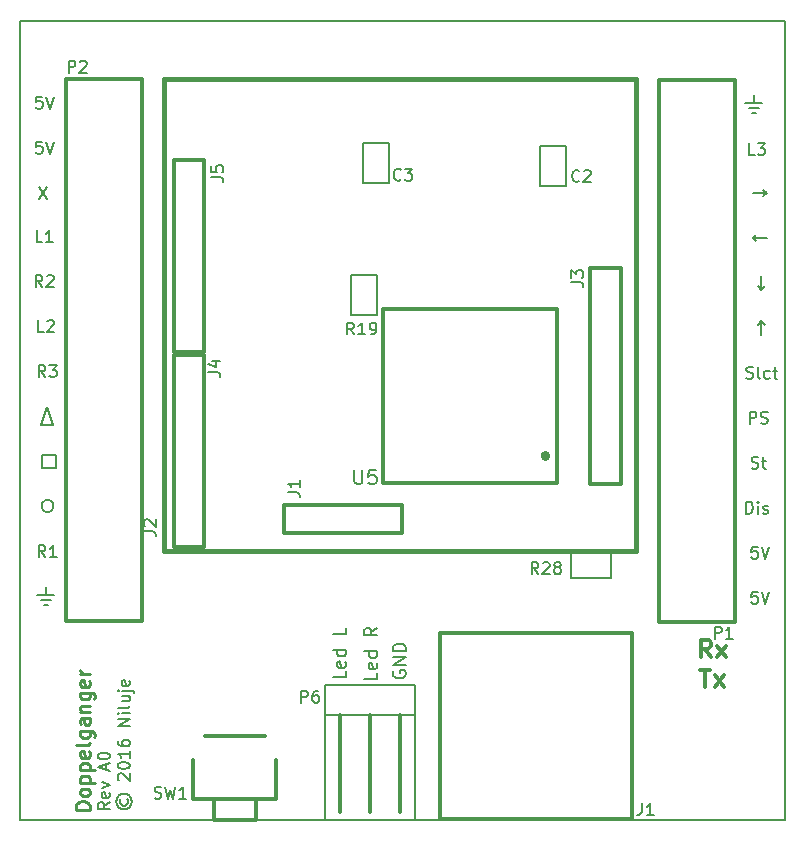
<source format=gto>
G04 #@! TF.FileFunction,Legend,Top*
%FSLAX46Y46*%
G04 Gerber Fmt 4.6, Leading zero omitted, Abs format (unit mm)*
G04 Created by KiCad (PCBNEW 4.1.0-alpha+201608161231+7059~46~ubuntu14.04.1-product) date Wed Aug 17 00:46:35 2016*
%MOMM*%
%LPD*%
G01*
G04 APERTURE LIST*
%ADD10C,0.100000*%
%ADD11C,0.300000*%
%ADD12C,0.200000*%
%ADD13C,0.250000*%
%ADD14C,0.203200*%
%ADD15C,0.150000*%
%ADD16C,0.400000*%
G04 APERTURE END LIST*
D10*
D11*
X176825245Y-112848651D02*
X177682388Y-112848651D01*
X177253817Y-114348651D02*
X177253817Y-112848651D01*
X178039531Y-114348651D02*
X178825245Y-113348651D01*
X178039531Y-113348651D02*
X178825245Y-114348651D01*
X177697782Y-111818811D02*
X177197782Y-111104525D01*
X176840640Y-111818811D02*
X176840640Y-110318811D01*
X177412068Y-110318811D01*
X177554925Y-110390240D01*
X177626354Y-110461668D01*
X177697782Y-110604525D01*
X177697782Y-110818811D01*
X177626354Y-110961668D01*
X177554925Y-111033097D01*
X177412068Y-111104525D01*
X176840640Y-111104525D01*
X178197782Y-111818811D02*
X178983497Y-110818811D01*
X178197782Y-110818811D02*
X178983497Y-111818811D01*
D12*
X150834000Y-112979095D02*
X150781619Y-113083857D01*
X150781619Y-113241000D01*
X150834000Y-113398142D01*
X150938761Y-113502904D01*
X151043523Y-113555285D01*
X151253047Y-113607666D01*
X151410190Y-113607666D01*
X151619714Y-113555285D01*
X151724476Y-113502904D01*
X151829238Y-113398142D01*
X151881619Y-113241000D01*
X151881619Y-113136238D01*
X151829238Y-112979095D01*
X151776857Y-112926714D01*
X151410190Y-112926714D01*
X151410190Y-113136238D01*
X151881619Y-112455285D02*
X150781619Y-112455285D01*
X151881619Y-111826714D01*
X150781619Y-111826714D01*
X151881619Y-111302904D02*
X150781619Y-111302904D01*
X150781619Y-111041000D01*
X150834000Y-110883857D01*
X150938761Y-110779095D01*
X151043523Y-110726714D01*
X151253047Y-110674333D01*
X151410190Y-110674333D01*
X151619714Y-110726714D01*
X151724476Y-110779095D01*
X151829238Y-110883857D01*
X151881619Y-111041000D01*
X151881619Y-111302904D01*
X146801619Y-112998857D02*
X146801619Y-113522666D01*
X145701619Y-113522666D01*
X146749238Y-112213142D02*
X146801619Y-112317904D01*
X146801619Y-112527428D01*
X146749238Y-112632190D01*
X146644476Y-112684571D01*
X146225428Y-112684571D01*
X146120666Y-112632190D01*
X146068285Y-112527428D01*
X146068285Y-112317904D01*
X146120666Y-112213142D01*
X146225428Y-112160761D01*
X146330190Y-112160761D01*
X146434952Y-112684571D01*
X146801619Y-111217904D02*
X145701619Y-111217904D01*
X146749238Y-111217904D02*
X146801619Y-111322666D01*
X146801619Y-111532190D01*
X146749238Y-111636952D01*
X146696857Y-111689333D01*
X146592095Y-111741714D01*
X146277809Y-111741714D01*
X146173047Y-111689333D01*
X146120666Y-111636952D01*
X146068285Y-111532190D01*
X146068285Y-111322666D01*
X146120666Y-111217904D01*
X146801619Y-109332190D02*
X146801619Y-109856000D01*
X145701619Y-109856000D01*
X149468619Y-113103619D02*
X149468619Y-113627428D01*
X148368619Y-113627428D01*
X149416238Y-112317904D02*
X149468619Y-112422666D01*
X149468619Y-112632190D01*
X149416238Y-112736952D01*
X149311476Y-112789333D01*
X148892428Y-112789333D01*
X148787666Y-112736952D01*
X148735285Y-112632190D01*
X148735285Y-112422666D01*
X148787666Y-112317904D01*
X148892428Y-112265523D01*
X148997190Y-112265523D01*
X149101952Y-112789333D01*
X149468619Y-111322666D02*
X148368619Y-111322666D01*
X149416238Y-111322666D02*
X149468619Y-111427428D01*
X149468619Y-111636952D01*
X149416238Y-111741714D01*
X149363857Y-111794095D01*
X149259095Y-111846476D01*
X148944809Y-111846476D01*
X148840047Y-111794095D01*
X148787666Y-111741714D01*
X148735285Y-111636952D01*
X148735285Y-111427428D01*
X148787666Y-111322666D01*
X149468619Y-109332190D02*
X148944809Y-109698857D01*
X149468619Y-109960761D02*
X148368619Y-109960761D01*
X148368619Y-109541714D01*
X148421000Y-109436952D01*
X148473380Y-109384571D01*
X148578142Y-109332190D01*
X148735285Y-109332190D01*
X148840047Y-109384571D01*
X148892428Y-109436952D01*
X148944809Y-109541714D01*
X148944809Y-109960761D01*
X126805580Y-124079276D02*
X126329390Y-124412609D01*
X126805580Y-124650704D02*
X125805580Y-124650704D01*
X125805580Y-124269752D01*
X125853200Y-124174514D01*
X125900819Y-124126895D01*
X125996057Y-124079276D01*
X126138914Y-124079276D01*
X126234152Y-124126895D01*
X126281771Y-124174514D01*
X126329390Y-124269752D01*
X126329390Y-124650704D01*
X126757961Y-123269752D02*
X126805580Y-123364990D01*
X126805580Y-123555466D01*
X126757961Y-123650704D01*
X126662723Y-123698323D01*
X126281771Y-123698323D01*
X126186533Y-123650704D01*
X126138914Y-123555466D01*
X126138914Y-123364990D01*
X126186533Y-123269752D01*
X126281771Y-123222133D01*
X126377009Y-123222133D01*
X126472247Y-123698323D01*
X126138914Y-122888800D02*
X126805580Y-122650704D01*
X126138914Y-122412609D01*
X126519866Y-121317371D02*
X126519866Y-120841180D01*
X126805580Y-121412609D02*
X125805580Y-121079276D01*
X126805580Y-120745942D01*
X125805580Y-120222133D02*
X125805580Y-120126895D01*
X125853200Y-120031657D01*
X125900819Y-119984038D01*
X125996057Y-119936419D01*
X126186533Y-119888800D01*
X126424628Y-119888800D01*
X126615104Y-119936419D01*
X126710342Y-119984038D01*
X126757961Y-120031657D01*
X126805580Y-120126895D01*
X126805580Y-120222133D01*
X126757961Y-120317371D01*
X126710342Y-120364990D01*
X126615104Y-120412609D01*
X126424628Y-120460228D01*
X126186533Y-120460228D01*
X125996057Y-120412609D01*
X125900819Y-120364990D01*
X125853200Y-120317371D01*
X125805580Y-120222133D01*
X127743676Y-123841180D02*
X127696057Y-123936419D01*
X127696057Y-124126895D01*
X127743676Y-124222133D01*
X127838914Y-124317371D01*
X127934152Y-124364990D01*
X128124628Y-124364990D01*
X128219866Y-124317371D01*
X128315104Y-124222133D01*
X128362723Y-124126895D01*
X128362723Y-123936419D01*
X128315104Y-123841180D01*
X127362723Y-124031657D02*
X127410342Y-124269752D01*
X127553200Y-124507847D01*
X127791295Y-124650704D01*
X128029390Y-124698323D01*
X128267485Y-124650704D01*
X128505580Y-124507847D01*
X128648438Y-124269752D01*
X128696057Y-124031657D01*
X128648438Y-123793561D01*
X128505580Y-123555466D01*
X128267485Y-123412609D01*
X128029390Y-123364990D01*
X127791295Y-123412609D01*
X127553200Y-123555466D01*
X127410342Y-123793561D01*
X127362723Y-124031657D01*
X127600819Y-122222133D02*
X127553200Y-122174514D01*
X127505580Y-122079276D01*
X127505580Y-121841180D01*
X127553200Y-121745942D01*
X127600819Y-121698323D01*
X127696057Y-121650704D01*
X127791295Y-121650704D01*
X127934152Y-121698323D01*
X128505580Y-122269752D01*
X128505580Y-121650704D01*
X127505580Y-121031657D02*
X127505580Y-120936419D01*
X127553200Y-120841180D01*
X127600819Y-120793561D01*
X127696057Y-120745942D01*
X127886533Y-120698323D01*
X128124628Y-120698323D01*
X128315104Y-120745942D01*
X128410342Y-120793561D01*
X128457961Y-120841180D01*
X128505580Y-120936419D01*
X128505580Y-121031657D01*
X128457961Y-121126895D01*
X128410342Y-121174514D01*
X128315104Y-121222133D01*
X128124628Y-121269752D01*
X127886533Y-121269752D01*
X127696057Y-121222133D01*
X127600819Y-121174514D01*
X127553200Y-121126895D01*
X127505580Y-121031657D01*
X128505580Y-119745942D02*
X128505580Y-120317371D01*
X128505580Y-120031657D02*
X127505580Y-120031657D01*
X127648438Y-120126895D01*
X127743676Y-120222133D01*
X127791295Y-120317371D01*
X127505580Y-118888800D02*
X127505580Y-119079276D01*
X127553200Y-119174514D01*
X127600819Y-119222133D01*
X127743676Y-119317371D01*
X127934152Y-119364990D01*
X128315104Y-119364990D01*
X128410342Y-119317371D01*
X128457961Y-119269752D01*
X128505580Y-119174514D01*
X128505580Y-118984038D01*
X128457961Y-118888800D01*
X128410342Y-118841180D01*
X128315104Y-118793561D01*
X128077009Y-118793561D01*
X127981771Y-118841180D01*
X127934152Y-118888800D01*
X127886533Y-118984038D01*
X127886533Y-119174514D01*
X127934152Y-119269752D01*
X127981771Y-119317371D01*
X128077009Y-119364990D01*
X128505580Y-117603085D02*
X127505580Y-117603085D01*
X128505580Y-117031657D01*
X127505580Y-117031657D01*
X128505580Y-116555466D02*
X127838914Y-116555466D01*
X127505580Y-116555466D02*
X127553200Y-116603085D01*
X127600819Y-116555466D01*
X127553200Y-116507847D01*
X127505580Y-116555466D01*
X127600819Y-116555466D01*
X128505580Y-115936419D02*
X128457961Y-116031657D01*
X128362723Y-116079276D01*
X127505580Y-116079276D01*
X127838914Y-115126895D02*
X128505580Y-115126895D01*
X127838914Y-115555466D02*
X128362723Y-115555466D01*
X128457961Y-115507847D01*
X128505580Y-115412609D01*
X128505580Y-115269752D01*
X128457961Y-115174514D01*
X128410342Y-115126895D01*
X127838914Y-114650704D02*
X128696057Y-114650704D01*
X128791295Y-114698323D01*
X128838914Y-114793561D01*
X128838914Y-114841180D01*
X127505580Y-114650704D02*
X127553200Y-114698323D01*
X127600819Y-114650704D01*
X127553200Y-114603085D01*
X127505580Y-114650704D01*
X127600819Y-114650704D01*
X128457961Y-113793561D02*
X128505580Y-113888800D01*
X128505580Y-114079276D01*
X128457961Y-114174514D01*
X128362723Y-114222133D01*
X127981771Y-114222133D01*
X127886533Y-114174514D01*
X127838914Y-114079276D01*
X127838914Y-113888800D01*
X127886533Y-113793561D01*
X127981771Y-113745942D01*
X128077009Y-113745942D01*
X128172247Y-114222133D01*
D13*
X125129857Y-124700571D02*
X123929857Y-124700571D01*
X123929857Y-124414857D01*
X123987000Y-124243428D01*
X124101285Y-124129142D01*
X124215571Y-124072000D01*
X124444142Y-124014857D01*
X124615571Y-124014857D01*
X124844142Y-124072000D01*
X124958428Y-124129142D01*
X125072714Y-124243428D01*
X125129857Y-124414857D01*
X125129857Y-124700571D01*
X125129857Y-123329142D02*
X125072714Y-123443428D01*
X125015571Y-123500571D01*
X124901285Y-123557714D01*
X124558428Y-123557714D01*
X124444142Y-123500571D01*
X124387000Y-123443428D01*
X124329857Y-123329142D01*
X124329857Y-123157714D01*
X124387000Y-123043428D01*
X124444142Y-122986285D01*
X124558428Y-122929142D01*
X124901285Y-122929142D01*
X125015571Y-122986285D01*
X125072714Y-123043428D01*
X125129857Y-123157714D01*
X125129857Y-123329142D01*
X124329857Y-122414857D02*
X125529857Y-122414857D01*
X124387000Y-122414857D02*
X124329857Y-122300571D01*
X124329857Y-122072000D01*
X124387000Y-121957714D01*
X124444142Y-121900571D01*
X124558428Y-121843428D01*
X124901285Y-121843428D01*
X125015571Y-121900571D01*
X125072714Y-121957714D01*
X125129857Y-122072000D01*
X125129857Y-122300571D01*
X125072714Y-122414857D01*
X124329857Y-121329142D02*
X125529857Y-121329142D01*
X124387000Y-121329142D02*
X124329857Y-121214857D01*
X124329857Y-120986285D01*
X124387000Y-120872000D01*
X124444142Y-120814857D01*
X124558428Y-120757714D01*
X124901285Y-120757714D01*
X125015571Y-120814857D01*
X125072714Y-120872000D01*
X125129857Y-120986285D01*
X125129857Y-121214857D01*
X125072714Y-121329142D01*
X125072714Y-119786285D02*
X125129857Y-119900571D01*
X125129857Y-120129142D01*
X125072714Y-120243428D01*
X124958428Y-120300571D01*
X124501285Y-120300571D01*
X124387000Y-120243428D01*
X124329857Y-120129142D01*
X124329857Y-119900571D01*
X124387000Y-119786285D01*
X124501285Y-119729142D01*
X124615571Y-119729142D01*
X124729857Y-120300571D01*
X125129857Y-119043428D02*
X125072714Y-119157714D01*
X124958428Y-119214857D01*
X123929857Y-119214857D01*
X124329857Y-118072000D02*
X125301285Y-118072000D01*
X125415571Y-118129142D01*
X125472714Y-118186285D01*
X125529857Y-118300571D01*
X125529857Y-118472000D01*
X125472714Y-118586285D01*
X125072714Y-118072000D02*
X125129857Y-118186285D01*
X125129857Y-118414857D01*
X125072714Y-118529142D01*
X125015571Y-118586285D01*
X124901285Y-118643428D01*
X124558428Y-118643428D01*
X124444142Y-118586285D01*
X124387000Y-118529142D01*
X124329857Y-118414857D01*
X124329857Y-118186285D01*
X124387000Y-118072000D01*
X125129857Y-116986285D02*
X124501285Y-116986285D01*
X124387000Y-117043428D01*
X124329857Y-117157714D01*
X124329857Y-117386285D01*
X124387000Y-117500571D01*
X125072714Y-116986285D02*
X125129857Y-117100571D01*
X125129857Y-117386285D01*
X125072714Y-117500571D01*
X124958428Y-117557714D01*
X124844142Y-117557714D01*
X124729857Y-117500571D01*
X124672714Y-117386285D01*
X124672714Y-117100571D01*
X124615571Y-116986285D01*
X124329857Y-116414857D02*
X125129857Y-116414857D01*
X124444142Y-116414857D02*
X124387000Y-116357714D01*
X124329857Y-116243428D01*
X124329857Y-116072000D01*
X124387000Y-115957714D01*
X124501285Y-115900571D01*
X125129857Y-115900571D01*
X124329857Y-114814857D02*
X125301285Y-114814857D01*
X125415571Y-114872000D01*
X125472714Y-114929142D01*
X125529857Y-115043428D01*
X125529857Y-115214857D01*
X125472714Y-115329142D01*
X125072714Y-114814857D02*
X125129857Y-114929142D01*
X125129857Y-115157714D01*
X125072714Y-115272000D01*
X125015571Y-115329142D01*
X124901285Y-115386285D01*
X124558428Y-115386285D01*
X124444142Y-115329142D01*
X124387000Y-115272000D01*
X124329857Y-115157714D01*
X124329857Y-114929142D01*
X124387000Y-114814857D01*
X125072714Y-113786285D02*
X125129857Y-113900571D01*
X125129857Y-114129142D01*
X125072714Y-114243428D01*
X124958428Y-114300571D01*
X124501285Y-114300571D01*
X124387000Y-114243428D01*
X124329857Y-114129142D01*
X124329857Y-113900571D01*
X124387000Y-113786285D01*
X124501285Y-113729142D01*
X124615571Y-113729142D01*
X124729857Y-114300571D01*
X125129857Y-113214857D02*
X124329857Y-113214857D01*
X124558428Y-113214857D02*
X124444142Y-113157714D01*
X124387000Y-113100571D01*
X124329857Y-112986285D01*
X124329857Y-112872000D01*
D12*
X180630285Y-64842571D02*
X182081714Y-64842571D01*
X180920571Y-65278000D02*
X181791428Y-65278000D01*
X181356000Y-64189428D02*
X181356000Y-64842571D01*
X181501142Y-65713428D02*
X181210857Y-65713428D01*
X184023000Y-57912000D02*
X119253000Y-57912000D01*
X184023000Y-125603000D02*
X184023000Y-57912000D01*
X119253000Y-125603000D02*
X184023000Y-125603000D01*
X119253000Y-57912000D02*
X119253000Y-125603000D01*
X180705238Y-99639380D02*
X180705238Y-98639380D01*
X180943333Y-98639380D01*
X181086190Y-98687000D01*
X181181428Y-98782238D01*
X181229047Y-98877476D01*
X181276666Y-99067952D01*
X181276666Y-99210809D01*
X181229047Y-99401285D01*
X181181428Y-99496523D01*
X181086190Y-99591761D01*
X180943333Y-99639380D01*
X180705238Y-99639380D01*
X181705238Y-99639380D02*
X181705238Y-98972714D01*
X181705238Y-98639380D02*
X181657619Y-98687000D01*
X181705238Y-98734619D01*
X181752857Y-98687000D01*
X181705238Y-98639380D01*
X181705238Y-98734619D01*
X182133809Y-99591761D02*
X182229047Y-99639380D01*
X182419523Y-99639380D01*
X182514761Y-99591761D01*
X182562380Y-99496523D01*
X182562380Y-99448904D01*
X182514761Y-99353666D01*
X182419523Y-99306047D01*
X182276666Y-99306047D01*
X182181428Y-99258428D01*
X182133809Y-99163190D01*
X182133809Y-99115571D01*
X182181428Y-99020333D01*
X182276666Y-98972714D01*
X182419523Y-98972714D01*
X182514761Y-99020333D01*
X181673523Y-106259380D02*
X181197333Y-106259380D01*
X181149714Y-106735571D01*
X181197333Y-106687952D01*
X181292571Y-106640333D01*
X181530666Y-106640333D01*
X181625904Y-106687952D01*
X181673523Y-106735571D01*
X181721142Y-106830809D01*
X181721142Y-107068904D01*
X181673523Y-107164142D01*
X181625904Y-107211761D01*
X181530666Y-107259380D01*
X181292571Y-107259380D01*
X181197333Y-107211761D01*
X181149714Y-107164142D01*
X182006857Y-106259380D02*
X182340190Y-107259380D01*
X182673523Y-106259380D01*
X181673523Y-102449380D02*
X181197333Y-102449380D01*
X181149714Y-102925571D01*
X181197333Y-102877952D01*
X181292571Y-102830333D01*
X181530666Y-102830333D01*
X181625904Y-102877952D01*
X181673523Y-102925571D01*
X181721142Y-103020809D01*
X181721142Y-103258904D01*
X181673523Y-103354142D01*
X181625904Y-103401761D01*
X181530666Y-103449380D01*
X181292571Y-103449380D01*
X181197333Y-103401761D01*
X181149714Y-103354142D01*
X182006857Y-102449380D02*
X182340190Y-103449380D01*
X182673523Y-102449380D01*
X121094523Y-68159380D02*
X120618333Y-68159380D01*
X120570714Y-68635571D01*
X120618333Y-68587952D01*
X120713571Y-68540333D01*
X120951666Y-68540333D01*
X121046904Y-68587952D01*
X121094523Y-68635571D01*
X121142142Y-68730809D01*
X121142142Y-68968904D01*
X121094523Y-69064142D01*
X121046904Y-69111761D01*
X120951666Y-69159380D01*
X120713571Y-69159380D01*
X120618333Y-69111761D01*
X120570714Y-69064142D01*
X121427857Y-68159380D02*
X121761190Y-69159380D01*
X122094523Y-68159380D01*
X120686285Y-106498571D02*
X122137714Y-106498571D01*
X120976571Y-106934000D02*
X121847428Y-106934000D01*
X121412000Y-105845428D02*
X121412000Y-106498571D01*
X121557142Y-107369428D02*
X121266857Y-107369428D01*
X121417571Y-99484571D02*
X121255666Y-99413142D01*
X121174714Y-99341714D01*
X121093761Y-99198857D01*
X121093761Y-98770285D01*
X121174714Y-98627428D01*
X121255666Y-98556000D01*
X121417571Y-98484571D01*
X121660428Y-98484571D01*
X121822333Y-98556000D01*
X121903285Y-98627428D01*
X121984238Y-98770285D01*
X121984238Y-99198857D01*
X121903285Y-99341714D01*
X121822333Y-99413142D01*
X121660428Y-99484571D01*
X121417571Y-99484571D01*
X121094571Y-94658714D02*
X122237428Y-94658714D01*
X122237428Y-95801571D01*
X121094571Y-95801571D01*
X121094571Y-94658714D01*
X121039000Y-92118571D02*
X121539000Y-90618571D01*
X122039000Y-92118571D01*
X121039000Y-92118571D01*
X121094523Y-64349380D02*
X120618333Y-64349380D01*
X120570714Y-64825571D01*
X120618333Y-64777952D01*
X120713571Y-64730333D01*
X120951666Y-64730333D01*
X121046904Y-64777952D01*
X121094523Y-64825571D01*
X121142142Y-64920809D01*
X121142142Y-65158904D01*
X121094523Y-65254142D01*
X121046904Y-65301761D01*
X120951666Y-65349380D01*
X120713571Y-65349380D01*
X120618333Y-65301761D01*
X120570714Y-65254142D01*
X121427857Y-64349380D02*
X121761190Y-65349380D01*
X122094523Y-64349380D01*
X181991000Y-79545714D02*
X181991000Y-80688571D01*
X182276714Y-80402857D02*
X181991000Y-80688571D01*
X181705285Y-80402857D01*
X181292571Y-72497142D02*
X182435428Y-72497142D01*
X182149714Y-72782857D02*
X182435428Y-72497142D01*
X182149714Y-72211428D01*
X181991000Y-84498571D02*
X181991000Y-83355714D01*
X181705285Y-83641428D02*
X181991000Y-83355714D01*
X182276714Y-83641428D01*
X182435428Y-76307142D02*
X181292571Y-76307142D01*
X181578285Y-76592857D02*
X181292571Y-76307142D01*
X181578285Y-76021428D01*
X120824666Y-71969380D02*
X121491333Y-72969380D01*
X121491333Y-71969380D02*
X120824666Y-72969380D01*
X180998904Y-92019380D02*
X180998904Y-91019380D01*
X181379857Y-91019380D01*
X181475095Y-91067000D01*
X181522714Y-91114619D01*
X181570333Y-91209857D01*
X181570333Y-91352714D01*
X181522714Y-91447952D01*
X181475095Y-91495571D01*
X181379857Y-91543190D01*
X180998904Y-91543190D01*
X181951285Y-91971761D02*
X182094142Y-92019380D01*
X182332238Y-92019380D01*
X182427476Y-91971761D01*
X182475095Y-91924142D01*
X182522714Y-91828904D01*
X182522714Y-91733666D01*
X182475095Y-91638428D01*
X182427476Y-91590809D01*
X182332238Y-91543190D01*
X182141761Y-91495571D01*
X182046523Y-91447952D01*
X181998904Y-91400333D01*
X181951285Y-91305095D01*
X181951285Y-91209857D01*
X181998904Y-91114619D01*
X182046523Y-91067000D01*
X182141761Y-91019380D01*
X182379857Y-91019380D01*
X182522714Y-91067000D01*
X181165571Y-95781761D02*
X181308428Y-95829380D01*
X181546523Y-95829380D01*
X181641761Y-95781761D01*
X181689380Y-95734142D01*
X181737000Y-95638904D01*
X181737000Y-95543666D01*
X181689380Y-95448428D01*
X181641761Y-95400809D01*
X181546523Y-95353190D01*
X181356047Y-95305571D01*
X181260809Y-95257952D01*
X181213190Y-95210333D01*
X181165571Y-95115095D01*
X181165571Y-95019857D01*
X181213190Y-94924619D01*
X181260809Y-94877000D01*
X181356047Y-94829380D01*
X181594142Y-94829380D01*
X181737000Y-94877000D01*
X182022714Y-95162714D02*
X182403666Y-95162714D01*
X182165571Y-94829380D02*
X182165571Y-95686523D01*
X182213190Y-95781761D01*
X182308428Y-95829380D01*
X182403666Y-95829380D01*
X181443333Y-69286380D02*
X180967142Y-69286380D01*
X180967142Y-68286380D01*
X181681428Y-68286380D02*
X182300476Y-68286380D01*
X181967142Y-68667333D01*
X182110000Y-68667333D01*
X182205238Y-68714952D01*
X182252857Y-68762571D01*
X182300476Y-68857809D01*
X182300476Y-69095904D01*
X182252857Y-69191142D01*
X182205238Y-69238761D01*
X182110000Y-69286380D01*
X181824285Y-69286380D01*
X181729047Y-69238761D01*
X181681428Y-69191142D01*
X121118333Y-76652380D02*
X120642142Y-76652380D01*
X120642142Y-75652380D01*
X121975476Y-76652380D02*
X121404047Y-76652380D01*
X121689761Y-76652380D02*
X121689761Y-75652380D01*
X121594523Y-75795238D01*
X121499285Y-75890476D01*
X121404047Y-75938095D01*
X180729095Y-88161761D02*
X180871952Y-88209380D01*
X181110047Y-88209380D01*
X181205285Y-88161761D01*
X181252904Y-88114142D01*
X181300523Y-88018904D01*
X181300523Y-87923666D01*
X181252904Y-87828428D01*
X181205285Y-87780809D01*
X181110047Y-87733190D01*
X180919571Y-87685571D01*
X180824333Y-87637952D01*
X180776714Y-87590333D01*
X180729095Y-87495095D01*
X180729095Y-87399857D01*
X180776714Y-87304619D01*
X180824333Y-87257000D01*
X180919571Y-87209380D01*
X181157666Y-87209380D01*
X181300523Y-87257000D01*
X181871952Y-88209380D02*
X181776714Y-88161761D01*
X181729095Y-88066523D01*
X181729095Y-87209380D01*
X182681476Y-88161761D02*
X182586238Y-88209380D01*
X182395761Y-88209380D01*
X182300523Y-88161761D01*
X182252904Y-88114142D01*
X182205285Y-88018904D01*
X182205285Y-87733190D01*
X182252904Y-87637952D01*
X182300523Y-87590333D01*
X182395761Y-87542714D01*
X182586238Y-87542714D01*
X182681476Y-87590333D01*
X182967190Y-87542714D02*
X183348142Y-87542714D01*
X183110047Y-87209380D02*
X183110047Y-88066523D01*
X183157666Y-88161761D01*
X183252904Y-88209380D01*
X183348142Y-88209380D01*
X121372333Y-103322380D02*
X121039000Y-102846190D01*
X120800904Y-103322380D02*
X120800904Y-102322380D01*
X121181857Y-102322380D01*
X121277095Y-102370000D01*
X121324714Y-102417619D01*
X121372333Y-102512857D01*
X121372333Y-102655714D01*
X121324714Y-102750952D01*
X121277095Y-102798571D01*
X121181857Y-102846190D01*
X120800904Y-102846190D01*
X122324714Y-103322380D02*
X121753285Y-103322380D01*
X122039000Y-103322380D02*
X122039000Y-102322380D01*
X121943761Y-102465238D01*
X121848523Y-102560476D01*
X121753285Y-102608095D01*
X121372333Y-88082380D02*
X121039000Y-87606190D01*
X120800904Y-88082380D02*
X120800904Y-87082380D01*
X121181857Y-87082380D01*
X121277095Y-87130000D01*
X121324714Y-87177619D01*
X121372333Y-87272857D01*
X121372333Y-87415714D01*
X121324714Y-87510952D01*
X121277095Y-87558571D01*
X121181857Y-87606190D01*
X120800904Y-87606190D01*
X121705666Y-87082380D02*
X122324714Y-87082380D01*
X121991380Y-87463333D01*
X122134238Y-87463333D01*
X122229476Y-87510952D01*
X122277095Y-87558571D01*
X122324714Y-87653809D01*
X122324714Y-87891904D01*
X122277095Y-87987142D01*
X122229476Y-88034761D01*
X122134238Y-88082380D01*
X121848523Y-88082380D01*
X121753285Y-88034761D01*
X121705666Y-87987142D01*
X121245333Y-84272380D02*
X120769142Y-84272380D01*
X120769142Y-83272380D01*
X121531047Y-83367619D02*
X121578666Y-83320000D01*
X121673904Y-83272380D01*
X121912000Y-83272380D01*
X122007238Y-83320000D01*
X122054857Y-83367619D01*
X122102476Y-83462857D01*
X122102476Y-83558095D01*
X122054857Y-83700952D01*
X121483428Y-84272380D01*
X122102476Y-84272380D01*
X121118333Y-80462380D02*
X120785000Y-79986190D01*
X120546904Y-80462380D02*
X120546904Y-79462380D01*
X120927857Y-79462380D01*
X121023095Y-79510000D01*
X121070714Y-79557619D01*
X121118333Y-79652857D01*
X121118333Y-79795714D01*
X121070714Y-79890952D01*
X121023095Y-79938571D01*
X120927857Y-79986190D01*
X120546904Y-79986190D01*
X121499285Y-79557619D02*
X121546904Y-79510000D01*
X121642142Y-79462380D01*
X121880238Y-79462380D01*
X121975476Y-79510000D01*
X122023095Y-79557619D01*
X122070714Y-79652857D01*
X122070714Y-79748095D01*
X122023095Y-79890952D01*
X121451666Y-80462380D01*
X122070714Y-80462380D01*
D11*
X154764200Y-109725000D02*
X171024200Y-109725000D01*
X154764200Y-125475000D02*
X154764200Y-109725000D01*
X171024200Y-125475000D02*
X171024200Y-109725000D01*
X154764200Y-125475000D02*
X171024200Y-125475000D01*
D14*
X165430200Y-68529200D02*
X163245800Y-68529200D01*
X165430200Y-68529200D02*
X165430200Y-71932800D01*
X165430200Y-71932800D02*
X163245800Y-71932800D01*
X163245800Y-68529200D02*
X163245800Y-71932800D01*
X150444200Y-68275200D02*
X148259800Y-68275200D01*
X150444200Y-68275200D02*
X150444200Y-71678800D01*
X150444200Y-71678800D02*
X148259800Y-71678800D01*
X148259800Y-68275200D02*
X148259800Y-71678800D01*
D11*
X146329400Y-116662200D02*
X146329400Y-124917200D01*
X148869400Y-116662200D02*
X148869400Y-124917200D01*
X151409400Y-116662200D02*
X151409400Y-124917200D01*
D15*
X145059400Y-125552200D02*
X145059400Y-116662200D01*
X152679400Y-125552200D02*
X145059400Y-125552200D01*
X152679400Y-116662200D02*
X152679400Y-125552200D01*
X152679400Y-114122200D02*
X152679400Y-116662200D01*
X145059400Y-114122200D02*
X152679400Y-114122200D01*
X145059400Y-116662200D02*
X145059400Y-114122200D01*
X152679400Y-116662200D02*
X145059400Y-116662200D01*
D14*
X147243800Y-82854800D02*
X149428200Y-82854800D01*
X147243800Y-82854800D02*
X147243800Y-79451200D01*
X147243800Y-79451200D02*
X149428200Y-79451200D01*
X149428200Y-82854800D02*
X149428200Y-79451200D01*
X169291000Y-105130600D02*
X169291000Y-102946200D01*
X169291000Y-105130600D02*
X165887400Y-105130600D01*
X165887400Y-105130600D02*
X165887400Y-102946200D01*
X169291000Y-102946200D02*
X165887400Y-102946200D01*
D11*
X163957000Y-94767400D02*
G75*
G03X163957000Y-94767400I-254000J0D01*
G01*
X164719000Y-82321400D02*
X164719000Y-97053400D01*
X149987000Y-82321400D02*
X164719000Y-82321400D01*
X149987000Y-97053400D02*
X149987000Y-82321400D01*
X164719000Y-97053400D02*
X149987000Y-97053400D01*
X167471400Y-78830400D02*
X170138400Y-78830400D01*
X167471400Y-97118400D02*
X167471400Y-78830400D01*
X170138400Y-97118400D02*
X167471400Y-97118400D01*
X170138400Y-78830400D02*
X170138400Y-97118400D01*
D16*
X131408400Y-102828400D02*
X131408400Y-62828400D01*
X171408400Y-102828400D02*
X131408400Y-102828400D01*
X171408400Y-62828400D02*
X131408400Y-62828400D01*
X171408400Y-62828400D02*
X171408400Y-102828400D01*
D11*
X134832400Y-69686400D02*
X132292400Y-69686400D01*
X134832400Y-69686400D02*
X134832400Y-85942400D01*
X134832400Y-85942400D02*
X132292400Y-85942400D01*
X132292400Y-69686400D02*
X132292400Y-85942400D01*
X134832400Y-86196400D02*
X134832400Y-102452400D01*
X134832400Y-86196400D02*
X132292400Y-86196400D01*
X132292400Y-86196400D02*
X132292400Y-102452400D01*
X134832400Y-102452400D02*
X132292400Y-102452400D01*
X151596400Y-98896400D02*
X151596400Y-101309400D01*
X151596400Y-98896400D02*
X141563400Y-98896400D01*
X141563400Y-101309400D02*
X151596400Y-101309400D01*
X141563400Y-98896400D02*
X141563400Y-101309400D01*
X139192000Y-125603000D02*
X135636000Y-125603000D01*
X139192000Y-125603000D02*
X139192000Y-123850000D01*
X140919000Y-123825000D02*
X133909000Y-123825000D01*
X140919000Y-123825000D02*
X140919000Y-120523000D01*
X139954000Y-118491000D02*
X134874000Y-118491000D01*
X133909000Y-123825000D02*
X133909000Y-120523000D01*
X135636000Y-125603000D02*
X135636000Y-123825000D01*
X129539600Y-62820800D02*
X123139600Y-62820800D01*
X129539600Y-108730800D02*
X123139600Y-108730800D01*
X129539600Y-62820800D02*
X129539600Y-108730800D01*
X123139600Y-62820800D02*
X123139600Y-108730800D01*
X173330000Y-108807000D02*
X179730000Y-108807000D01*
X173330000Y-62897000D02*
X179730000Y-62897000D01*
X173330000Y-108807000D02*
X173330000Y-62897000D01*
X179730000Y-108807000D02*
X179730000Y-62897000D01*
D15*
X171878666Y-124166380D02*
X171878666Y-124880666D01*
X171831047Y-125023523D01*
X171735809Y-125118761D01*
X171592952Y-125166380D01*
X171497714Y-125166380D01*
X172878666Y-125166380D02*
X172307238Y-125166380D01*
X172592952Y-125166380D02*
X172592952Y-124166380D01*
X172497714Y-124309238D01*
X172402476Y-124404476D01*
X172307238Y-124452095D01*
X166584333Y-71477142D02*
X166536714Y-71524761D01*
X166393857Y-71572380D01*
X166298619Y-71572380D01*
X166155761Y-71524761D01*
X166060523Y-71429523D01*
X166012904Y-71334285D01*
X165965285Y-71143809D01*
X165965285Y-71000952D01*
X166012904Y-70810476D01*
X166060523Y-70715238D01*
X166155761Y-70620000D01*
X166298619Y-70572380D01*
X166393857Y-70572380D01*
X166536714Y-70620000D01*
X166584333Y-70667619D01*
X166965285Y-70667619D02*
X167012904Y-70620000D01*
X167108142Y-70572380D01*
X167346238Y-70572380D01*
X167441476Y-70620000D01*
X167489095Y-70667619D01*
X167536714Y-70762857D01*
X167536714Y-70858095D01*
X167489095Y-71000952D01*
X166917666Y-71572380D01*
X167536714Y-71572380D01*
X151471333Y-71350142D02*
X151423714Y-71397761D01*
X151280857Y-71445380D01*
X151185619Y-71445380D01*
X151042761Y-71397761D01*
X150947523Y-71302523D01*
X150899904Y-71207285D01*
X150852285Y-71016809D01*
X150852285Y-70873952D01*
X150899904Y-70683476D01*
X150947523Y-70588238D01*
X151042761Y-70493000D01*
X151185619Y-70445380D01*
X151280857Y-70445380D01*
X151423714Y-70493000D01*
X151471333Y-70540619D01*
X151804666Y-70445380D02*
X152423714Y-70445380D01*
X152090380Y-70826333D01*
X152233238Y-70826333D01*
X152328476Y-70873952D01*
X152376095Y-70921571D01*
X152423714Y-71016809D01*
X152423714Y-71254904D01*
X152376095Y-71350142D01*
X152328476Y-71397761D01*
X152233238Y-71445380D01*
X151947523Y-71445380D01*
X151852285Y-71397761D01*
X151804666Y-71350142D01*
X143025904Y-115641380D02*
X143025904Y-114641380D01*
X143406857Y-114641380D01*
X143502095Y-114689000D01*
X143549714Y-114736619D01*
X143597333Y-114831857D01*
X143597333Y-114974714D01*
X143549714Y-115069952D01*
X143502095Y-115117571D01*
X143406857Y-115165190D01*
X143025904Y-115165190D01*
X144454476Y-114641380D02*
X144264000Y-114641380D01*
X144168761Y-114689000D01*
X144121142Y-114736619D01*
X144025904Y-114879476D01*
X143978285Y-115069952D01*
X143978285Y-115450904D01*
X144025904Y-115546142D01*
X144073523Y-115593761D01*
X144168761Y-115641380D01*
X144359238Y-115641380D01*
X144454476Y-115593761D01*
X144502095Y-115546142D01*
X144549714Y-115450904D01*
X144549714Y-115212809D01*
X144502095Y-115117571D01*
X144454476Y-115069952D01*
X144359238Y-115022333D01*
X144168761Y-115022333D01*
X144073523Y-115069952D01*
X144025904Y-115117571D01*
X143978285Y-115212809D01*
X147489942Y-84475580D02*
X147156609Y-83999390D01*
X146918514Y-84475580D02*
X146918514Y-83475580D01*
X147299466Y-83475580D01*
X147394704Y-83523200D01*
X147442323Y-83570819D01*
X147489942Y-83666057D01*
X147489942Y-83808914D01*
X147442323Y-83904152D01*
X147394704Y-83951771D01*
X147299466Y-83999390D01*
X146918514Y-83999390D01*
X148442323Y-84475580D02*
X147870895Y-84475580D01*
X148156609Y-84475580D02*
X148156609Y-83475580D01*
X148061371Y-83618438D01*
X147966133Y-83713676D01*
X147870895Y-83761295D01*
X148918514Y-84475580D02*
X149108990Y-84475580D01*
X149204228Y-84427961D01*
X149251847Y-84380342D01*
X149347085Y-84237485D01*
X149394704Y-84047009D01*
X149394704Y-83666057D01*
X149347085Y-83570819D01*
X149299466Y-83523200D01*
X149204228Y-83475580D01*
X149013752Y-83475580D01*
X148918514Y-83523200D01*
X148870895Y-83570819D01*
X148823276Y-83666057D01*
X148823276Y-83904152D01*
X148870895Y-83999390D01*
X148918514Y-84047009D01*
X149013752Y-84094628D01*
X149204228Y-84094628D01*
X149299466Y-84047009D01*
X149347085Y-83999390D01*
X149394704Y-83904152D01*
X163110942Y-104770180D02*
X162777609Y-104293990D01*
X162539514Y-104770180D02*
X162539514Y-103770180D01*
X162920466Y-103770180D01*
X163015704Y-103817800D01*
X163063323Y-103865419D01*
X163110942Y-103960657D01*
X163110942Y-104103514D01*
X163063323Y-104198752D01*
X163015704Y-104246371D01*
X162920466Y-104293990D01*
X162539514Y-104293990D01*
X163491895Y-103865419D02*
X163539514Y-103817800D01*
X163634752Y-103770180D01*
X163872847Y-103770180D01*
X163968085Y-103817800D01*
X164015704Y-103865419D01*
X164063323Y-103960657D01*
X164063323Y-104055895D01*
X164015704Y-104198752D01*
X163444276Y-104770180D01*
X164063323Y-104770180D01*
X164634752Y-104198752D02*
X164539514Y-104151133D01*
X164491895Y-104103514D01*
X164444276Y-104008276D01*
X164444276Y-103960657D01*
X164491895Y-103865419D01*
X164539514Y-103817800D01*
X164634752Y-103770180D01*
X164825228Y-103770180D01*
X164920466Y-103817800D01*
X164968085Y-103865419D01*
X165015704Y-103960657D01*
X165015704Y-104008276D01*
X164968085Y-104103514D01*
X164920466Y-104151133D01*
X164825228Y-104198752D01*
X164634752Y-104198752D01*
X164539514Y-104246371D01*
X164491895Y-104293990D01*
X164444276Y-104389228D01*
X164444276Y-104579704D01*
X164491895Y-104674942D01*
X164539514Y-104722561D01*
X164634752Y-104770180D01*
X164825228Y-104770180D01*
X164920466Y-104722561D01*
X164968085Y-104674942D01*
X165015704Y-104579704D01*
X165015704Y-104389228D01*
X164968085Y-104293990D01*
X164920466Y-104246371D01*
X164825228Y-104198752D01*
X147523314Y-95939057D02*
X147523314Y-96910485D01*
X147580457Y-97024771D01*
X147637600Y-97081914D01*
X147751885Y-97139057D01*
X147980457Y-97139057D01*
X148094742Y-97081914D01*
X148151885Y-97024771D01*
X148209028Y-96910485D01*
X148209028Y-95939057D01*
X149351885Y-95939057D02*
X148780457Y-95939057D01*
X148723314Y-96510485D01*
X148780457Y-96453342D01*
X148894742Y-96396200D01*
X149180457Y-96396200D01*
X149294742Y-96453342D01*
X149351885Y-96510485D01*
X149409028Y-96624771D01*
X149409028Y-96910485D01*
X149351885Y-97024771D01*
X149294742Y-97081914D01*
X149180457Y-97139057D01*
X148894742Y-97139057D01*
X148780457Y-97081914D01*
X148723314Y-97024771D01*
X129712780Y-101134733D02*
X130427066Y-101134733D01*
X130569923Y-101182352D01*
X130665161Y-101277590D01*
X130712780Y-101420447D01*
X130712780Y-101515685D01*
X129808019Y-100706161D02*
X129760400Y-100658542D01*
X129712780Y-100563304D01*
X129712780Y-100325209D01*
X129760400Y-100229971D01*
X129808019Y-100182352D01*
X129903257Y-100134733D01*
X129998495Y-100134733D01*
X130141352Y-100182352D01*
X130712780Y-100753780D01*
X130712780Y-100134733D01*
X135173780Y-87672733D02*
X135888066Y-87672733D01*
X136030923Y-87720352D01*
X136126161Y-87815590D01*
X136173780Y-87958447D01*
X136173780Y-88053685D01*
X135507114Y-86767971D02*
X136173780Y-86767971D01*
X135126161Y-87006066D02*
X135840447Y-87244161D01*
X135840447Y-86625114D01*
X135427780Y-71162733D02*
X136142066Y-71162733D01*
X136284923Y-71210352D01*
X136380161Y-71305590D01*
X136427780Y-71448447D01*
X136427780Y-71543685D01*
X135427780Y-70210352D02*
X135427780Y-70686542D01*
X135903971Y-70734161D01*
X135856352Y-70686542D01*
X135808733Y-70591304D01*
X135808733Y-70353209D01*
X135856352Y-70257971D01*
X135903971Y-70210352D01*
X135999209Y-70162733D01*
X136237304Y-70162733D01*
X136332542Y-70210352D01*
X136380161Y-70257971D01*
X136427780Y-70353209D01*
X136427780Y-70591304D01*
X136380161Y-70686542D01*
X136332542Y-70734161D01*
X165907780Y-80052733D02*
X166622066Y-80052733D01*
X166764923Y-80100352D01*
X166860161Y-80195590D01*
X166907780Y-80338447D01*
X166907780Y-80433685D01*
X165907780Y-79671780D02*
X165907780Y-79052733D01*
X166288733Y-79386066D01*
X166288733Y-79243209D01*
X166336352Y-79147971D01*
X166383971Y-79100352D01*
X166479209Y-79052733D01*
X166717304Y-79052733D01*
X166812542Y-79100352D01*
X166860161Y-79147971D01*
X166907780Y-79243209D01*
X166907780Y-79528923D01*
X166860161Y-79624161D01*
X166812542Y-79671780D01*
X141904780Y-97832733D02*
X142619066Y-97832733D01*
X142761923Y-97880352D01*
X142857161Y-97975590D01*
X142904780Y-98118447D01*
X142904780Y-98213685D01*
X142904780Y-96832733D02*
X142904780Y-97404161D01*
X142904780Y-97118447D02*
X141904780Y-97118447D01*
X142047638Y-97213685D01*
X142142876Y-97308923D01*
X142190495Y-97404161D01*
X130619666Y-123721761D02*
X130762523Y-123769380D01*
X131000619Y-123769380D01*
X131095857Y-123721761D01*
X131143476Y-123674142D01*
X131191095Y-123578904D01*
X131191095Y-123483666D01*
X131143476Y-123388428D01*
X131095857Y-123340809D01*
X131000619Y-123293190D01*
X130810142Y-123245571D01*
X130714904Y-123197952D01*
X130667285Y-123150333D01*
X130619666Y-123055095D01*
X130619666Y-122959857D01*
X130667285Y-122864619D01*
X130714904Y-122817000D01*
X130810142Y-122769380D01*
X131048238Y-122769380D01*
X131191095Y-122817000D01*
X131524428Y-122769380D02*
X131762523Y-123769380D01*
X131953000Y-123055095D01*
X132143476Y-123769380D01*
X132381571Y-122769380D01*
X133286333Y-123769380D02*
X132714904Y-123769380D01*
X133000619Y-123769380D02*
X133000619Y-122769380D01*
X132905380Y-122912238D01*
X132810142Y-123007476D01*
X132714904Y-123055095D01*
X123340904Y-62301380D02*
X123340904Y-61301380D01*
X123721857Y-61301380D01*
X123817095Y-61349000D01*
X123864714Y-61396619D01*
X123912333Y-61491857D01*
X123912333Y-61634714D01*
X123864714Y-61729952D01*
X123817095Y-61777571D01*
X123721857Y-61825190D01*
X123340904Y-61825190D01*
X124293285Y-61396619D02*
X124340904Y-61349000D01*
X124436142Y-61301380D01*
X124674238Y-61301380D01*
X124769476Y-61349000D01*
X124817095Y-61396619D01*
X124864714Y-61491857D01*
X124864714Y-61587095D01*
X124817095Y-61729952D01*
X124245666Y-62301380D01*
X124864714Y-62301380D01*
X178052504Y-110231180D02*
X178052504Y-109231180D01*
X178433457Y-109231180D01*
X178528695Y-109278800D01*
X178576314Y-109326419D01*
X178623933Y-109421657D01*
X178623933Y-109564514D01*
X178576314Y-109659752D01*
X178528695Y-109707371D01*
X178433457Y-109754990D01*
X178052504Y-109754990D01*
X179576314Y-110231180D02*
X179004885Y-110231180D01*
X179290600Y-110231180D02*
X179290600Y-109231180D01*
X179195361Y-109374038D01*
X179100123Y-109469276D01*
X179004885Y-109516895D01*
M02*

</source>
